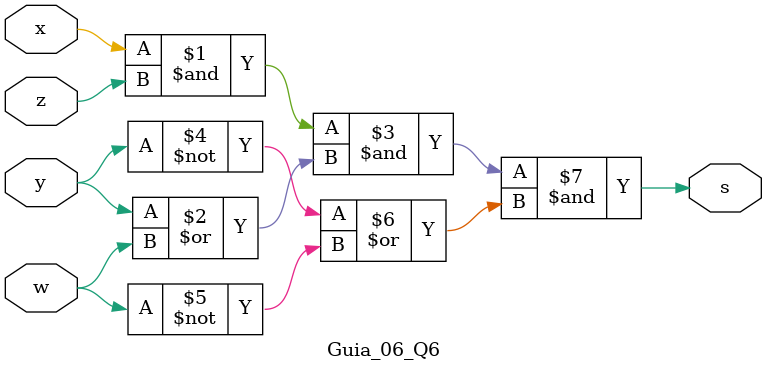
<source format=v>
/*
870863_Gabriel_Matos_Nogueira
Guia_06.v
*/

// s(x,y,w,z) = x . z . y + w . y' + w'
module Guia_06_Q6 (output s, input x, y, w, z);
  assign s = x & z & (y | w) & (~y | ~w);
endmodule
</source>
